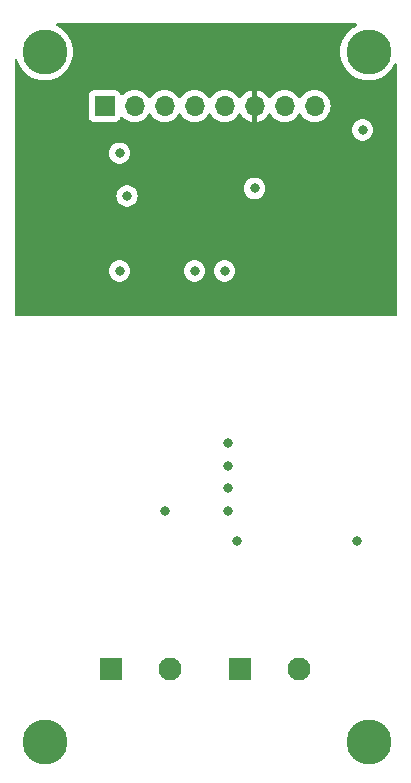
<source format=gbr>
%TF.GenerationSoftware,KiCad,Pcbnew,7.0.10-7.0.10~ubuntu22.04.1*%
%TF.CreationDate,2024-03-28T15:08:32-05:00*%
%TF.ProjectId,IIoT_Sensor,49496f54-5f53-4656-9e73-6f722e6b6963,1.0*%
%TF.SameCoordinates,Original*%
%TF.FileFunction,Copper,L3,Inr*%
%TF.FilePolarity,Positive*%
%FSLAX46Y46*%
G04 Gerber Fmt 4.6, Leading zero omitted, Abs format (unit mm)*
G04 Created by KiCad (PCBNEW 7.0.10-7.0.10~ubuntu22.04.1) date 2024-03-28 15:08:32*
%MOMM*%
%LPD*%
G01*
G04 APERTURE LIST*
%TA.AperFunction,ComponentPad*%
%ADD10C,3.800000*%
%TD*%
%TA.AperFunction,ComponentPad*%
%ADD11R,1.950000X1.950000*%
%TD*%
%TA.AperFunction,ComponentPad*%
%ADD12C,1.950000*%
%TD*%
%TA.AperFunction,ComponentPad*%
%ADD13R,1.700000X1.700000*%
%TD*%
%TA.AperFunction,ComponentPad*%
%ADD14O,1.700000X1.700000*%
%TD*%
%TA.AperFunction,ViaPad*%
%ADD15C,0.800000*%
%TD*%
G04 APERTURE END LIST*
D10*
%TO.N,N/C*%
%TO.C,*%
X174752000Y-112268000D03*
%TD*%
D11*
%TO.N,CHANNEL0*%
%TO.C,J4*%
X163830000Y-106122500D03*
D12*
%TO.N,HGND*%
X168830000Y-106122500D03*
%TD*%
D10*
%TO.N,DGND*%
%TO.C,*%
X174752000Y-53848000D03*
%TD*%
D11*
%TO.N,CHANNEL1*%
%TO.C,J5*%
X152948000Y-106122500D03*
D12*
%TO.N,HGND*%
X157948000Y-106122500D03*
%TD*%
D10*
%TO.N,N/C*%
%TO.C,*%
X147320000Y-112268000D03*
%TD*%
%TO.N,DGND*%
%TO.C,REF\u002A\u002A*%
X147320000Y-53848000D03*
%TD*%
D13*
%TO.N,DGND*%
%TO.C,J1*%
X152400000Y-58420000D03*
D14*
%TO.N,DIN*%
X154940000Y-58420000D03*
%TO.N,~{CS_MCU}*%
X157480000Y-58420000D03*
%TO.N,SCLK*%
X160020000Y-58420000D03*
%TO.N,~{DRDY}*%
X162560000Y-58420000D03*
%TO.N,DVDD*%
X165100000Y-58420000D03*
%TO.N,DOUT*%
X167640000Y-58420000D03*
%TO.N,~{SYNC}{slash}~{RESET}*%
X170180000Y-58420000D03*
%TD*%
D15*
%TO.N,DVDD*%
X165100000Y-72390000D03*
X168910000Y-60960000D03*
X163195000Y-65405000D03*
X147828000Y-72390000D03*
X160655000Y-65405000D03*
X170688000Y-66548000D03*
X156210000Y-60960000D03*
X165100000Y-60960000D03*
%TO.N,DGND*%
X154305000Y-66040000D03*
X165100000Y-65405000D03*
X162560000Y-72390000D03*
X153670000Y-72390000D03*
X174244000Y-60452000D03*
%TO.N,HGND*%
X162814000Y-92710000D03*
X162814000Y-86995000D03*
X173736000Y-95250000D03*
X162814000Y-90805000D03*
X157480000Y-92710000D03*
X163576000Y-95250000D03*
X162814000Y-88900000D03*
%TO.N,CLK*%
X153670000Y-62420363D03*
X160020000Y-72390000D03*
%TD*%
%TA.AperFunction,Conductor*%
%TO.N,DVDD*%
G36*
X173742073Y-51455185D02*
G01*
X173787828Y-51507989D01*
X173797772Y-51577147D01*
X173768747Y-51640703D01*
X173731029Y-51669278D01*
X173731311Y-51669791D01*
X173727898Y-51671666D01*
X173727896Y-51671668D01*
X173481133Y-51807328D01*
X173463205Y-51817184D01*
X173463193Y-51817191D01*
X173218846Y-51994719D01*
X173218836Y-51994727D01*
X172998652Y-52201494D01*
X172806111Y-52434236D01*
X172644268Y-52689261D01*
X172644265Y-52689267D01*
X172515661Y-52962563D01*
X172515659Y-52962568D01*
X172422320Y-53249835D01*
X172365719Y-53546546D01*
X172365718Y-53546553D01*
X172346754Y-53847994D01*
X172346754Y-53848005D01*
X172365718Y-54149446D01*
X172365719Y-54149453D01*
X172422320Y-54446164D01*
X172515659Y-54733431D01*
X172515661Y-54733436D01*
X172644265Y-55006732D01*
X172644268Y-55006738D01*
X172806111Y-55261763D01*
X172998652Y-55494505D01*
X173218836Y-55701272D01*
X173218846Y-55701280D01*
X173463193Y-55878808D01*
X173463198Y-55878810D01*
X173463205Y-55878816D01*
X173727896Y-56024332D01*
X173727901Y-56024334D01*
X173727903Y-56024335D01*
X173727904Y-56024336D01*
X174008734Y-56135524D01*
X174008737Y-56135525D01*
X174106259Y-56160564D01*
X174301302Y-56210642D01*
X174448039Y-56229179D01*
X174600963Y-56248499D01*
X174600969Y-56248499D01*
X174600973Y-56248500D01*
X174600975Y-56248500D01*
X174903025Y-56248500D01*
X174903027Y-56248500D01*
X174903032Y-56248499D01*
X174903036Y-56248499D01*
X174982591Y-56238448D01*
X175202698Y-56210642D01*
X175495262Y-56135525D01*
X175495265Y-56135524D01*
X175776095Y-56024336D01*
X175776096Y-56024335D01*
X175776094Y-56024335D01*
X175776104Y-56024332D01*
X176040795Y-55878816D01*
X176285162Y-55701274D01*
X176505349Y-55494504D01*
X176697885Y-55261768D01*
X176859733Y-55006736D01*
X176928302Y-54861018D01*
X176974657Y-54808743D01*
X177041917Y-54789825D01*
X177108727Y-54810274D01*
X177153875Y-54863597D01*
X177164500Y-54913817D01*
X177164500Y-76076000D01*
X177144815Y-76143039D01*
X177092011Y-76188794D01*
X177040500Y-76200000D01*
X144904500Y-76200000D01*
X144837461Y-76180315D01*
X144791706Y-76127511D01*
X144780500Y-76076000D01*
X144780500Y-72390000D01*
X152764540Y-72390000D01*
X152784326Y-72578256D01*
X152784327Y-72578259D01*
X152842818Y-72758277D01*
X152842821Y-72758284D01*
X152937467Y-72922216D01*
X153064129Y-73062888D01*
X153217265Y-73174148D01*
X153217270Y-73174151D01*
X153390192Y-73251142D01*
X153390197Y-73251144D01*
X153575354Y-73290500D01*
X153575355Y-73290500D01*
X153764644Y-73290500D01*
X153764646Y-73290500D01*
X153949803Y-73251144D01*
X154122730Y-73174151D01*
X154275871Y-73062888D01*
X154402533Y-72922216D01*
X154497179Y-72758284D01*
X154555674Y-72578256D01*
X154575460Y-72390000D01*
X159114540Y-72390000D01*
X159134326Y-72578256D01*
X159134327Y-72578259D01*
X159192818Y-72758277D01*
X159192821Y-72758284D01*
X159287467Y-72922216D01*
X159414129Y-73062888D01*
X159567265Y-73174148D01*
X159567270Y-73174151D01*
X159740192Y-73251142D01*
X159740197Y-73251144D01*
X159925354Y-73290500D01*
X159925355Y-73290500D01*
X160114644Y-73290500D01*
X160114646Y-73290500D01*
X160299803Y-73251144D01*
X160472730Y-73174151D01*
X160625871Y-73062888D01*
X160752533Y-72922216D01*
X160847179Y-72758284D01*
X160905674Y-72578256D01*
X160925460Y-72390000D01*
X161654540Y-72390000D01*
X161674326Y-72578256D01*
X161674327Y-72578259D01*
X161732818Y-72758277D01*
X161732821Y-72758284D01*
X161827467Y-72922216D01*
X161954129Y-73062888D01*
X162107265Y-73174148D01*
X162107270Y-73174151D01*
X162280192Y-73251142D01*
X162280197Y-73251144D01*
X162465354Y-73290500D01*
X162465355Y-73290500D01*
X162654644Y-73290500D01*
X162654646Y-73290500D01*
X162839803Y-73251144D01*
X163012730Y-73174151D01*
X163165871Y-73062888D01*
X163292533Y-72922216D01*
X163387179Y-72758284D01*
X163445674Y-72578256D01*
X163465460Y-72390000D01*
X163445674Y-72201744D01*
X163387179Y-72021716D01*
X163292533Y-71857784D01*
X163165871Y-71717112D01*
X163165870Y-71717111D01*
X163012734Y-71605851D01*
X163012729Y-71605848D01*
X162839807Y-71528857D01*
X162839802Y-71528855D01*
X162694001Y-71497865D01*
X162654646Y-71489500D01*
X162465354Y-71489500D01*
X162432897Y-71496398D01*
X162280197Y-71528855D01*
X162280192Y-71528857D01*
X162107270Y-71605848D01*
X162107265Y-71605851D01*
X161954129Y-71717111D01*
X161827466Y-71857785D01*
X161732821Y-72021715D01*
X161732818Y-72021722D01*
X161674327Y-72201740D01*
X161674326Y-72201744D01*
X161654540Y-72390000D01*
X160925460Y-72390000D01*
X160905674Y-72201744D01*
X160847179Y-72021716D01*
X160752533Y-71857784D01*
X160625871Y-71717112D01*
X160625870Y-71717111D01*
X160472734Y-71605851D01*
X160472729Y-71605848D01*
X160299807Y-71528857D01*
X160299802Y-71528855D01*
X160154001Y-71497865D01*
X160114646Y-71489500D01*
X159925354Y-71489500D01*
X159892897Y-71496398D01*
X159740197Y-71528855D01*
X159740192Y-71528857D01*
X159567270Y-71605848D01*
X159567265Y-71605851D01*
X159414129Y-71717111D01*
X159287466Y-71857785D01*
X159192821Y-72021715D01*
X159192818Y-72021722D01*
X159134327Y-72201740D01*
X159134326Y-72201744D01*
X159114540Y-72390000D01*
X154575460Y-72390000D01*
X154555674Y-72201744D01*
X154497179Y-72021716D01*
X154402533Y-71857784D01*
X154275871Y-71717112D01*
X154275870Y-71717111D01*
X154122734Y-71605851D01*
X154122729Y-71605848D01*
X153949807Y-71528857D01*
X153949802Y-71528855D01*
X153804001Y-71497865D01*
X153764646Y-71489500D01*
X153575354Y-71489500D01*
X153542897Y-71496398D01*
X153390197Y-71528855D01*
X153390192Y-71528857D01*
X153217270Y-71605848D01*
X153217265Y-71605851D01*
X153064129Y-71717111D01*
X152937466Y-71857785D01*
X152842821Y-72021715D01*
X152842818Y-72021722D01*
X152784327Y-72201740D01*
X152784326Y-72201744D01*
X152764540Y-72390000D01*
X144780500Y-72390000D01*
X144780500Y-66040000D01*
X153399540Y-66040000D01*
X153419326Y-66228256D01*
X153419327Y-66228259D01*
X153477818Y-66408277D01*
X153477821Y-66408284D01*
X153572467Y-66572216D01*
X153699129Y-66712888D01*
X153852265Y-66824148D01*
X153852270Y-66824151D01*
X154025192Y-66901142D01*
X154025197Y-66901144D01*
X154210354Y-66940500D01*
X154210355Y-66940500D01*
X154399644Y-66940500D01*
X154399646Y-66940500D01*
X154584803Y-66901144D01*
X154757730Y-66824151D01*
X154910871Y-66712888D01*
X155037533Y-66572216D01*
X155132179Y-66408284D01*
X155190674Y-66228256D01*
X155210460Y-66040000D01*
X155190674Y-65851744D01*
X155132179Y-65671716D01*
X155037533Y-65507784D01*
X154944986Y-65405000D01*
X164194540Y-65405000D01*
X164214326Y-65593256D01*
X164214327Y-65593259D01*
X164272818Y-65773277D01*
X164272821Y-65773284D01*
X164367467Y-65937216D01*
X164494129Y-66077888D01*
X164647265Y-66189148D01*
X164647270Y-66189151D01*
X164820192Y-66266142D01*
X164820197Y-66266144D01*
X165005354Y-66305500D01*
X165005355Y-66305500D01*
X165194644Y-66305500D01*
X165194646Y-66305500D01*
X165379803Y-66266144D01*
X165552730Y-66189151D01*
X165705871Y-66077888D01*
X165832533Y-65937216D01*
X165927179Y-65773284D01*
X165985674Y-65593256D01*
X166005460Y-65405000D01*
X165985674Y-65216744D01*
X165927179Y-65036716D01*
X165832533Y-64872784D01*
X165705871Y-64732112D01*
X165705870Y-64732111D01*
X165552734Y-64620851D01*
X165552729Y-64620848D01*
X165379807Y-64543857D01*
X165379802Y-64543855D01*
X165234001Y-64512865D01*
X165194646Y-64504500D01*
X165005354Y-64504500D01*
X164972897Y-64511398D01*
X164820197Y-64543855D01*
X164820192Y-64543857D01*
X164647270Y-64620848D01*
X164647265Y-64620851D01*
X164494129Y-64732111D01*
X164367466Y-64872785D01*
X164272821Y-65036715D01*
X164272818Y-65036722D01*
X164226636Y-65178857D01*
X164214326Y-65216744D01*
X164194540Y-65405000D01*
X154944986Y-65405000D01*
X154910871Y-65367112D01*
X154910870Y-65367111D01*
X154757734Y-65255851D01*
X154757729Y-65255848D01*
X154584807Y-65178857D01*
X154584802Y-65178855D01*
X154439001Y-65147865D01*
X154399646Y-65139500D01*
X154210354Y-65139500D01*
X154177897Y-65146398D01*
X154025197Y-65178855D01*
X154025192Y-65178857D01*
X153852270Y-65255848D01*
X153852265Y-65255851D01*
X153699129Y-65367111D01*
X153572466Y-65507785D01*
X153477821Y-65671715D01*
X153477818Y-65671722D01*
X153444819Y-65773284D01*
X153419326Y-65851744D01*
X153399540Y-66040000D01*
X144780500Y-66040000D01*
X144780500Y-62420363D01*
X152764540Y-62420363D01*
X152784326Y-62608619D01*
X152784327Y-62608622D01*
X152842818Y-62788640D01*
X152842821Y-62788647D01*
X152937467Y-62952579D01*
X153064129Y-63093251D01*
X153217265Y-63204511D01*
X153217270Y-63204514D01*
X153390192Y-63281505D01*
X153390197Y-63281507D01*
X153575354Y-63320863D01*
X153575355Y-63320863D01*
X153764644Y-63320863D01*
X153764646Y-63320863D01*
X153949803Y-63281507D01*
X154122730Y-63204514D01*
X154275871Y-63093251D01*
X154402533Y-62952579D01*
X154497179Y-62788647D01*
X154555674Y-62608619D01*
X154575460Y-62420363D01*
X154555674Y-62232107D01*
X154497179Y-62052079D01*
X154402533Y-61888147D01*
X154275871Y-61747475D01*
X154275870Y-61747474D01*
X154122734Y-61636214D01*
X154122729Y-61636211D01*
X153949807Y-61559220D01*
X153949802Y-61559218D01*
X153804001Y-61528228D01*
X153764646Y-61519863D01*
X153575354Y-61519863D01*
X153542897Y-61526761D01*
X153390197Y-61559218D01*
X153390192Y-61559220D01*
X153217270Y-61636211D01*
X153217265Y-61636214D01*
X153064129Y-61747474D01*
X152937466Y-61888148D01*
X152842821Y-62052078D01*
X152842818Y-62052085D01*
X152784327Y-62232103D01*
X152784326Y-62232107D01*
X152764540Y-62420363D01*
X144780500Y-62420363D01*
X144780500Y-60452000D01*
X173338540Y-60452000D01*
X173358326Y-60640256D01*
X173358327Y-60640259D01*
X173416818Y-60820277D01*
X173416821Y-60820284D01*
X173511467Y-60984216D01*
X173638129Y-61124888D01*
X173791265Y-61236148D01*
X173791270Y-61236151D01*
X173964192Y-61313142D01*
X173964197Y-61313144D01*
X174149354Y-61352500D01*
X174149355Y-61352500D01*
X174338644Y-61352500D01*
X174338646Y-61352500D01*
X174523803Y-61313144D01*
X174696730Y-61236151D01*
X174849871Y-61124888D01*
X174976533Y-60984216D01*
X175071179Y-60820284D01*
X175129674Y-60640256D01*
X175149460Y-60452000D01*
X175129674Y-60263744D01*
X175071179Y-60083716D01*
X174976533Y-59919784D01*
X174849871Y-59779112D01*
X174849870Y-59779111D01*
X174696734Y-59667851D01*
X174696729Y-59667848D01*
X174523807Y-59590857D01*
X174523802Y-59590855D01*
X174378001Y-59559865D01*
X174338646Y-59551500D01*
X174149354Y-59551500D01*
X174116897Y-59558398D01*
X173964197Y-59590855D01*
X173964192Y-59590857D01*
X173791270Y-59667848D01*
X173791265Y-59667851D01*
X173638129Y-59779111D01*
X173511466Y-59919785D01*
X173416821Y-60083715D01*
X173416818Y-60083722D01*
X173358327Y-60263740D01*
X173358326Y-60263744D01*
X173338540Y-60452000D01*
X144780500Y-60452000D01*
X144780500Y-59317870D01*
X151049500Y-59317870D01*
X151049501Y-59317876D01*
X151055908Y-59377483D01*
X151106202Y-59512328D01*
X151106206Y-59512335D01*
X151192452Y-59627544D01*
X151192455Y-59627547D01*
X151307664Y-59713793D01*
X151307671Y-59713797D01*
X151442517Y-59764091D01*
X151442516Y-59764091D01*
X151449444Y-59764835D01*
X151502127Y-59770500D01*
X153297872Y-59770499D01*
X153357483Y-59764091D01*
X153492331Y-59713796D01*
X153607546Y-59627546D01*
X153693796Y-59512331D01*
X153742810Y-59380916D01*
X153784681Y-59324984D01*
X153850145Y-59300566D01*
X153918418Y-59315417D01*
X153946673Y-59336569D01*
X154068599Y-59458495D01*
X154165384Y-59526265D01*
X154262165Y-59594032D01*
X154262167Y-59594033D01*
X154262170Y-59594035D01*
X154476337Y-59693903D01*
X154704592Y-59755063D01*
X154881034Y-59770500D01*
X154939999Y-59775659D01*
X154940000Y-59775659D01*
X154940001Y-59775659D01*
X154998966Y-59770500D01*
X155175408Y-59755063D01*
X155403663Y-59693903D01*
X155617830Y-59594035D01*
X155811401Y-59458495D01*
X155978495Y-59291401D01*
X156108425Y-59105842D01*
X156163002Y-59062217D01*
X156232500Y-59055023D01*
X156294855Y-59086546D01*
X156311575Y-59105842D01*
X156441500Y-59291395D01*
X156441505Y-59291401D01*
X156608599Y-59458495D01*
X156705384Y-59526265D01*
X156802165Y-59594032D01*
X156802167Y-59594033D01*
X156802170Y-59594035D01*
X157016337Y-59693903D01*
X157244592Y-59755063D01*
X157421034Y-59770500D01*
X157479999Y-59775659D01*
X157480000Y-59775659D01*
X157480001Y-59775659D01*
X157538966Y-59770500D01*
X157715408Y-59755063D01*
X157943663Y-59693903D01*
X158157830Y-59594035D01*
X158351401Y-59458495D01*
X158518495Y-59291401D01*
X158648425Y-59105842D01*
X158703002Y-59062217D01*
X158772500Y-59055023D01*
X158834855Y-59086546D01*
X158851575Y-59105842D01*
X158981500Y-59291395D01*
X158981505Y-59291401D01*
X159148599Y-59458495D01*
X159245384Y-59526265D01*
X159342165Y-59594032D01*
X159342167Y-59594033D01*
X159342170Y-59594035D01*
X159556337Y-59693903D01*
X159784592Y-59755063D01*
X159961034Y-59770500D01*
X160019999Y-59775659D01*
X160020000Y-59775659D01*
X160020001Y-59775659D01*
X160078966Y-59770500D01*
X160255408Y-59755063D01*
X160483663Y-59693903D01*
X160697830Y-59594035D01*
X160891401Y-59458495D01*
X161058495Y-59291401D01*
X161188425Y-59105842D01*
X161243002Y-59062217D01*
X161312500Y-59055023D01*
X161374855Y-59086546D01*
X161391575Y-59105842D01*
X161521500Y-59291395D01*
X161521505Y-59291401D01*
X161688599Y-59458495D01*
X161785384Y-59526265D01*
X161882165Y-59594032D01*
X161882167Y-59594033D01*
X161882170Y-59594035D01*
X162096337Y-59693903D01*
X162324592Y-59755063D01*
X162501034Y-59770500D01*
X162559999Y-59775659D01*
X162560000Y-59775659D01*
X162560001Y-59775659D01*
X162618966Y-59770500D01*
X162795408Y-59755063D01*
X163023663Y-59693903D01*
X163237830Y-59594035D01*
X163431401Y-59458495D01*
X163598495Y-59291401D01*
X163728730Y-59105405D01*
X163783307Y-59061781D01*
X163852805Y-59054587D01*
X163915160Y-59086110D01*
X163931879Y-59105405D01*
X164061890Y-59291078D01*
X164228917Y-59458105D01*
X164422421Y-59593600D01*
X164636507Y-59693429D01*
X164636516Y-59693433D01*
X164850000Y-59750634D01*
X164850000Y-58855501D01*
X164957685Y-58904680D01*
X165064237Y-58920000D01*
X165135763Y-58920000D01*
X165242315Y-58904680D01*
X165350000Y-58855501D01*
X165350000Y-59750633D01*
X165563483Y-59693433D01*
X165563492Y-59693429D01*
X165777578Y-59593600D01*
X165971082Y-59458105D01*
X166138105Y-59291082D01*
X166268119Y-59105405D01*
X166322696Y-59061781D01*
X166392195Y-59054588D01*
X166454549Y-59086110D01*
X166471269Y-59105405D01*
X166601505Y-59291401D01*
X166768599Y-59458495D01*
X166865384Y-59526265D01*
X166962165Y-59594032D01*
X166962167Y-59594033D01*
X166962170Y-59594035D01*
X167176337Y-59693903D01*
X167404592Y-59755063D01*
X167581034Y-59770500D01*
X167639999Y-59775659D01*
X167640000Y-59775659D01*
X167640001Y-59775659D01*
X167698966Y-59770500D01*
X167875408Y-59755063D01*
X168103663Y-59693903D01*
X168317830Y-59594035D01*
X168511401Y-59458495D01*
X168678495Y-59291401D01*
X168808425Y-59105842D01*
X168863002Y-59062217D01*
X168932500Y-59055023D01*
X168994855Y-59086546D01*
X169011575Y-59105842D01*
X169141500Y-59291395D01*
X169141505Y-59291401D01*
X169308599Y-59458495D01*
X169405384Y-59526265D01*
X169502165Y-59594032D01*
X169502167Y-59594033D01*
X169502170Y-59594035D01*
X169716337Y-59693903D01*
X169944592Y-59755063D01*
X170121034Y-59770500D01*
X170179999Y-59775659D01*
X170180000Y-59775659D01*
X170180001Y-59775659D01*
X170238966Y-59770500D01*
X170415408Y-59755063D01*
X170643663Y-59693903D01*
X170857830Y-59594035D01*
X171051401Y-59458495D01*
X171218495Y-59291401D01*
X171354035Y-59097830D01*
X171453903Y-58883663D01*
X171515063Y-58655408D01*
X171535659Y-58420000D01*
X171515063Y-58184592D01*
X171453903Y-57956337D01*
X171354035Y-57742171D01*
X171348731Y-57734595D01*
X171218494Y-57548597D01*
X171051402Y-57381506D01*
X171051395Y-57381501D01*
X170857834Y-57245967D01*
X170857830Y-57245965D01*
X170857828Y-57245964D01*
X170643663Y-57146097D01*
X170643659Y-57146096D01*
X170643655Y-57146094D01*
X170415413Y-57084938D01*
X170415403Y-57084936D01*
X170180001Y-57064341D01*
X170179999Y-57064341D01*
X169944596Y-57084936D01*
X169944586Y-57084938D01*
X169716344Y-57146094D01*
X169716335Y-57146098D01*
X169502171Y-57245964D01*
X169502169Y-57245965D01*
X169308597Y-57381505D01*
X169141505Y-57548597D01*
X169011575Y-57734158D01*
X168956998Y-57777783D01*
X168887500Y-57784977D01*
X168825145Y-57753454D01*
X168808425Y-57734158D01*
X168678494Y-57548597D01*
X168511402Y-57381506D01*
X168511395Y-57381501D01*
X168317834Y-57245967D01*
X168317830Y-57245965D01*
X168317828Y-57245964D01*
X168103663Y-57146097D01*
X168103659Y-57146096D01*
X168103655Y-57146094D01*
X167875413Y-57084938D01*
X167875403Y-57084936D01*
X167640001Y-57064341D01*
X167639999Y-57064341D01*
X167404596Y-57084936D01*
X167404586Y-57084938D01*
X167176344Y-57146094D01*
X167176335Y-57146098D01*
X166962171Y-57245964D01*
X166962169Y-57245965D01*
X166768597Y-57381505D01*
X166601508Y-57548594D01*
X166471269Y-57734595D01*
X166416692Y-57778219D01*
X166347193Y-57785412D01*
X166284839Y-57753890D01*
X166268119Y-57734594D01*
X166138113Y-57548926D01*
X166138108Y-57548920D01*
X165971082Y-57381894D01*
X165777578Y-57246399D01*
X165563492Y-57146570D01*
X165563486Y-57146567D01*
X165350000Y-57089364D01*
X165350000Y-57984498D01*
X165242315Y-57935320D01*
X165135763Y-57920000D01*
X165064237Y-57920000D01*
X164957685Y-57935320D01*
X164850000Y-57984498D01*
X164850000Y-57089364D01*
X164849999Y-57089364D01*
X164636513Y-57146567D01*
X164636507Y-57146570D01*
X164422422Y-57246399D01*
X164422420Y-57246400D01*
X164228926Y-57381886D01*
X164228920Y-57381891D01*
X164061891Y-57548920D01*
X164061890Y-57548922D01*
X163931880Y-57734595D01*
X163877303Y-57778219D01*
X163807804Y-57785412D01*
X163745450Y-57753890D01*
X163728730Y-57734594D01*
X163598494Y-57548597D01*
X163431402Y-57381506D01*
X163431395Y-57381501D01*
X163237834Y-57245967D01*
X163237830Y-57245965D01*
X163237828Y-57245964D01*
X163023663Y-57146097D01*
X163023659Y-57146096D01*
X163023655Y-57146094D01*
X162795413Y-57084938D01*
X162795403Y-57084936D01*
X162560001Y-57064341D01*
X162559999Y-57064341D01*
X162324596Y-57084936D01*
X162324586Y-57084938D01*
X162096344Y-57146094D01*
X162096335Y-57146098D01*
X161882171Y-57245964D01*
X161882169Y-57245965D01*
X161688597Y-57381505D01*
X161521505Y-57548597D01*
X161391575Y-57734158D01*
X161336998Y-57777783D01*
X161267500Y-57784977D01*
X161205145Y-57753454D01*
X161188425Y-57734158D01*
X161058494Y-57548597D01*
X160891402Y-57381506D01*
X160891395Y-57381501D01*
X160697834Y-57245967D01*
X160697830Y-57245965D01*
X160697828Y-57245964D01*
X160483663Y-57146097D01*
X160483659Y-57146096D01*
X160483655Y-57146094D01*
X160255413Y-57084938D01*
X160255403Y-57084936D01*
X160020001Y-57064341D01*
X160019999Y-57064341D01*
X159784596Y-57084936D01*
X159784586Y-57084938D01*
X159556344Y-57146094D01*
X159556335Y-57146098D01*
X159342171Y-57245964D01*
X159342169Y-57245965D01*
X159148597Y-57381505D01*
X158981505Y-57548597D01*
X158851575Y-57734158D01*
X158796998Y-57777783D01*
X158727500Y-57784977D01*
X158665145Y-57753454D01*
X158648425Y-57734158D01*
X158518494Y-57548597D01*
X158351402Y-57381506D01*
X158351395Y-57381501D01*
X158157834Y-57245967D01*
X158157830Y-57245965D01*
X158157828Y-57245964D01*
X157943663Y-57146097D01*
X157943659Y-57146096D01*
X157943655Y-57146094D01*
X157715413Y-57084938D01*
X157715403Y-57084936D01*
X157480001Y-57064341D01*
X157479999Y-57064341D01*
X157244596Y-57084936D01*
X157244586Y-57084938D01*
X157016344Y-57146094D01*
X157016335Y-57146098D01*
X156802171Y-57245964D01*
X156802169Y-57245965D01*
X156608597Y-57381505D01*
X156441505Y-57548597D01*
X156311575Y-57734158D01*
X156256998Y-57777783D01*
X156187500Y-57784977D01*
X156125145Y-57753454D01*
X156108425Y-57734158D01*
X155978494Y-57548597D01*
X155811402Y-57381506D01*
X155811395Y-57381501D01*
X155617834Y-57245967D01*
X155617830Y-57245965D01*
X155617828Y-57245964D01*
X155403663Y-57146097D01*
X155403659Y-57146096D01*
X155403655Y-57146094D01*
X155175413Y-57084938D01*
X155175403Y-57084936D01*
X154940001Y-57064341D01*
X154939999Y-57064341D01*
X154704596Y-57084936D01*
X154704586Y-57084938D01*
X154476344Y-57146094D01*
X154476335Y-57146098D01*
X154262171Y-57245964D01*
X154262169Y-57245965D01*
X154068600Y-57381503D01*
X153946673Y-57503430D01*
X153885350Y-57536914D01*
X153815658Y-57531930D01*
X153759725Y-57490058D01*
X153742810Y-57459081D01*
X153693797Y-57327671D01*
X153693793Y-57327664D01*
X153607547Y-57212455D01*
X153607544Y-57212452D01*
X153492335Y-57126206D01*
X153492328Y-57126202D01*
X153357482Y-57075908D01*
X153357483Y-57075908D01*
X153297883Y-57069501D01*
X153297881Y-57069500D01*
X153297873Y-57069500D01*
X153297864Y-57069500D01*
X151502129Y-57069500D01*
X151502123Y-57069501D01*
X151442516Y-57075908D01*
X151307671Y-57126202D01*
X151307664Y-57126206D01*
X151192455Y-57212452D01*
X151192452Y-57212455D01*
X151106206Y-57327664D01*
X151106202Y-57327671D01*
X151055908Y-57462517D01*
X151049501Y-57522116D01*
X151049500Y-57522135D01*
X151049500Y-59317870D01*
X144780500Y-59317870D01*
X144780500Y-54583308D01*
X144800185Y-54516269D01*
X144852989Y-54470514D01*
X144922147Y-54460570D01*
X144985703Y-54489595D01*
X145022431Y-54544990D01*
X145083659Y-54733431D01*
X145083661Y-54733436D01*
X145212265Y-55006732D01*
X145212268Y-55006738D01*
X145374111Y-55261763D01*
X145566652Y-55494505D01*
X145786836Y-55701272D01*
X145786846Y-55701280D01*
X146031193Y-55878808D01*
X146031198Y-55878810D01*
X146031205Y-55878816D01*
X146295896Y-56024332D01*
X146295901Y-56024334D01*
X146295903Y-56024335D01*
X146295904Y-56024336D01*
X146576734Y-56135524D01*
X146576737Y-56135525D01*
X146674259Y-56160564D01*
X146869302Y-56210642D01*
X147016039Y-56229179D01*
X147168963Y-56248499D01*
X147168969Y-56248499D01*
X147168973Y-56248500D01*
X147168975Y-56248500D01*
X147471025Y-56248500D01*
X147471027Y-56248500D01*
X147471032Y-56248499D01*
X147471036Y-56248499D01*
X147550591Y-56238448D01*
X147770698Y-56210642D01*
X148063262Y-56135525D01*
X148063265Y-56135524D01*
X148344095Y-56024336D01*
X148344096Y-56024335D01*
X148344094Y-56024335D01*
X148344104Y-56024332D01*
X148608795Y-55878816D01*
X148853162Y-55701274D01*
X149073349Y-55494504D01*
X149265885Y-55261768D01*
X149427733Y-55006736D01*
X149556341Y-54733430D01*
X149649681Y-54446160D01*
X149706280Y-54149457D01*
X149725246Y-53848000D01*
X149706280Y-53546543D01*
X149649681Y-53249840D01*
X149556341Y-52962570D01*
X149427733Y-52689264D01*
X149265885Y-52434232D01*
X149073349Y-52201496D01*
X148853162Y-51994726D01*
X148853159Y-51994724D01*
X148853153Y-51994719D01*
X148608806Y-51817191D01*
X148608799Y-51817186D01*
X148608795Y-51817184D01*
X148344104Y-51671668D01*
X148344101Y-51671666D01*
X148340689Y-51669791D01*
X148341123Y-51669001D01*
X148291886Y-51625334D01*
X148272974Y-51558072D01*
X148293429Y-51491264D01*
X148346757Y-51446120D01*
X148396966Y-51435500D01*
X173675034Y-51435500D01*
X173742073Y-51455185D01*
G37*
%TD.AperFunction*%
%TD*%
M02*

</source>
